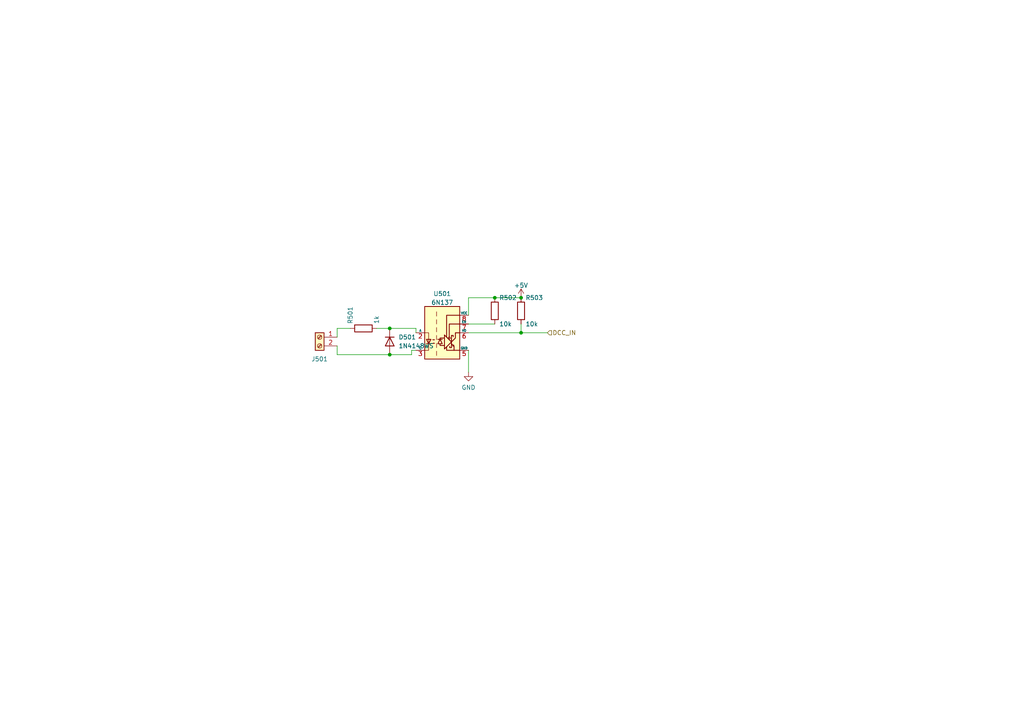
<source format=kicad_sch>
(kicad_sch (version 20230121) (generator eeschema)
  (paper "A4")
  (lib_symbols
    (symbol "Connector:Screw_Terminal_01x02" (pin_names (offset 1.016) hide)
      (property "Reference" "J" (at 0 2.54 0))
      (property "Value" "Screw_Terminal_01x02" (at 0 -5.08 0))
      (symbol "Screw_Terminal_01x02_1_1"
        (rectangle (start -1.27 1.27) (end 1.27 -3.81) (stroke (width 0.254)) (fill (type background)))
        (circle (center 0 -2.54) (radius 0.635) (stroke (width 0.1524)))
        (polyline (pts (xy -0.5334 -2.2098) (xy 0.3302 -3.048)) (stroke (width 0.1524)))
        (polyline (pts (xy -0.5334 0.3302) (xy 0.3302 -0.508)) (stroke (width 0.1524)))
        (polyline (pts (xy -0.3556 -2.032) (xy 0.508 -2.8702)) (stroke (width 0.1524)))
        (polyline (pts (xy -0.3556 0.508) (xy 0.508 -0.3302)) (stroke (width 0.1524)))
        (circle (center 0 0) (radius 0.635) (stroke (width 0.1524)))
        (pin passive line (at -5.08 0 0) (length 3.81) (name "Pin_1") (number "1"))
        (pin passive line (at -5.08 -2.54 0) (length 3.81) (name "Pin_2") (number "2"))
      )
    )
    (symbol "Device:R" (pin_numbers hide) (pin_names (offset 0))
      (property "Reference" "R" (at 2.032 0 90))
      (property "Value" "R" (at 0 0 90))
      (symbol "R_0_1"
        (rectangle (start -1.016 -2.54) (end 1.016 2.54) (stroke (width 0.254)))
      )
      (symbol "R_1_1"
        (pin passive line (at 0 3.81 270) (length 1.27) (name "~") (number "1"))
        (pin passive line (at 0 -3.81 90) (length 1.27) (name "~") (number "2"))
      )
    )
    (symbol "Isolator:6N137" (pin_names (offset 0))
      (property "Reference" "U" (at -4.064 8.89 0))
      (property "Value" "6N137" (at 0 -8.89 0))
      (symbol "6N137_0_1"
        (polyline (pts (xy 2.667 -3.556) (xy 2.667 -1.651)) (stroke (width 0.254)))
        (polyline (pts (xy 2.667 -2.159) (xy 2.667 -2.921)) (stroke (width 0.254)))
        (polyline (pts (xy 3.429 -3.937) (xy 3.429 -5.08)) (stroke (width 0.254)))
        (polyline (pts (xy -0.635 -3.302) (xy -0.635 -3.683) (xy 0.635 -3.683)) (stroke (width 0.254)))
        (polyline (pts (xy -0.635 -1.905) (xy -0.635 -1.524) (xy 0.508 -1.524)) (stroke (width 0.254)))
        (polyline (pts (xy 1.27 -4.064) (xy 1.27 -5.08) (xy 5.08 -5.08)) (stroke (width 0.254)))
        (polyline (pts (xy 1.27 -1.27) (xy 1.27 5.08) (xy 5.08 5.08)) (stroke (width 0.254)))
        (polyline (pts (xy 2.032 -1.27) (xy 2.032 2.54) (xy 5.08 2.54)) (stroke (width 0.254)))
        (polyline (pts (xy -5.08 -5.08) (xy -3.937 -5.08) (xy -3.937 0) (xy -5.08 0)))
        (polyline (pts (xy 2.667 -3.302) (xy 2.667 -4.318) (xy 2.159 -4.318) (xy 2.159 -3.937)) (stroke (width 0.254)))
        (polyline (pts (xy 2.667 -2.667) (xy 0.635 -4.699) (xy 0.635 -0.635) (xy 2.667 -2.667)) (stroke (width 0.254)))
        (polyline (pts (xy 2.667 -1.778) (xy 2.667 -0.762) (xy 3.175 -0.762) (xy 3.175 -1.143)) (stroke (width 0.254)))
        (polyline (pts (xy 2.794 -2.54) (xy 3.81 -1.524) (xy 3.81 0) (xy 5.08 0)) (stroke (width 0.254)))
        (polyline (pts (xy 2.667 -3.175) (xy 3.429 -3.937) (xy 3.302 -3.556) (xy 3.048 -3.81) (xy 3.429 -3.937)) (stroke (width 0.254)))
        (circle (center 2.032 -1.524) (radius 0.254) (stroke (width 0.254)))
      )
      (symbol "6N137_1_1"
        (rectangle (start -5.08 7.62) (end 5.08 -7.62) (stroke (width 0.254)) (fill (type background)))
        (polyline (pts (xy -4.572 -3.175) (xy -3.302 -3.175)) (stroke (width 0.254)))
        (polyline (pts (xy -1.651 -5.334) (xy -1.651 -6.604)))
        (polyline (pts (xy -1.651 -3.048) (xy -1.651 -4.318)))
        (polyline (pts (xy -1.651 -0.762) (xy -1.651 -2.032)))
        (polyline (pts (xy -1.651 1.524) (xy -1.651 0.254)))
        (polyline (pts (xy -1.651 3.81) (xy -1.651 2.54)))
        (polyline (pts (xy -1.651 6.096) (xy -1.651 4.826)))
        (polyline (pts (xy -1.27 -1.905) (xy 0 -1.905)) (stroke (width 0.254)))
        (polyline (pts (xy -3.937 -3.175) (xy -4.572 -1.905) (xy -3.302 -1.905) (xy -3.937 -3.175)) (stroke (width 0.254)))
        (polyline (pts (xy -0.635 -1.905) (xy -1.27 -3.175) (xy 0 -3.175) (xy -0.635 -1.905)) (stroke (width 0.254)))
        (polyline (pts (xy -2.921 -3.048) (xy -2.159 -3.048) (xy -2.54 -3.175) (xy -2.54 -2.921) (xy -2.159 -3.048)) (stroke (width 0.127)))
        (polyline (pts (xy -2.921 -2.032) (xy -2.159 -2.032) (xy -2.54 -2.159) (xy -2.54 -1.905) (xy -2.159 -2.032)) (stroke (width 0.127)))
        (pin no_connect line (at -5.08 5.08 0) (length 2.54) hide (name "NC") (number "1"))
        (pin passive line (at -7.62 0 0) (length 2.54) (name "A") (number "2"))
        (pin passive line (at -7.62 -5.08 0) (length 2.54) (name "C") (number "3"))
        (pin power_in line (at 7.62 -5.08 180) (length 2.54) (name "GND") (number "5"))
        (pin open_collector line (at 7.62 0 180) (length 2.54) (name "VO") (number "6"))
        (pin input line (at 7.62 2.54 180) (length 2.54) (name "EN") (number "7"))
        (pin power_in line (at 7.62 5.08 180) (length 2.54) (name "VCC") (number "8"))
      )
    )
    (symbol "custom_kicad_lib_sk:1N4148WS" (pin_numbers hide) (pin_names hide)
      (property "Reference" "D" (at 0 2.54 0))
      (property "Value" "1N4148WS" (at 0 -2.54 0))
      (symbol "1N4148WS_0_1"
        (polyline (pts (xy -1.27 1.27) (xy -1.27 -1.27)) (stroke (width 0.254)))
        (polyline (pts (xy 1.27 0) (xy -1.27 0)))
        (polyline (pts (xy 1.27 1.27) (xy 1.27 -1.27) (xy -1.27 0) (xy 1.27 1.27)) (stroke (width 0.254)))
      )
      (symbol "1N4148WS_1_1"
        (pin passive line (at -3.81 0 0) (length 2.54) (name "K") (number "1"))
        (pin passive line (at 3.81 0 180) (length 2.54) (name "A") (number "2"))
      )
    )
    (symbol "power:+5V" (power) (pin_names (offset 0))
      (property "Value" "+5V" (at 0 3.556 0))
      (symbol "+5V_0_1"
        (polyline (pts (xy -0.762 1.27) (xy 0 2.54)))
        (polyline (pts (xy 0 0) (xy 0 2.54)))
        (polyline (pts (xy 0 2.54) (xy 0.762 1.27)))
      )
      (symbol "+5V_1_1"
        (pin power_in line (at 0 0 90) (length 0) hide (name "+5V") (number "1"))
      )
    )
    (symbol "power:GND" (power) (pin_names (offset 0))
      (property "Value" "GND" (at 0 -3.81 0))
      (symbol "GND_0_1"
        (polyline (pts (xy 0 0) (xy 0 -1.27) (xy 1.27 -1.27) (xy 0 -2.54) (xy -1.27 -1.27) (xy 0 -1.27)))
      )
      (symbol "GND_1_1"
        (pin power_in line (at 0 0 270) (length 0) hide (name "GND") (number "1"))
      )
    )
  )
  (junction (at 151.13 96.52))
  (junction (at 113.03 95.25))
  (junction (at 151.13 86.36))
  (junction (at 113.03 102.87))
  (junction (at 143.51 86.36))
  (wire (pts (xy 97.79 100.33) (xy 97.79 102.87)))
  (wire (pts (xy 135.89 101.6) (xy 135.89 107.95)))
  (wire (pts (xy 113.03 102.87) (xy 119.38 102.87)))
  (wire (pts (xy 151.13 96.52) (xy 158.75 96.52)))
  (wire (pts (xy 109.22 95.25) (xy 113.03 95.25)))
  (wire (pts (xy 113.03 95.25) (xy 120.65 95.25)))
  (wire (pts (xy 135.89 96.52) (xy 151.13 96.52)))
  (wire (pts (xy 97.79 102.87) (xy 113.03 102.87)))
  (wire (pts (xy 143.51 86.36) (xy 151.13 86.36)))
  (wire (pts (xy 97.79 95.25) (xy 97.79 97.79)))
  (wire (pts (xy 119.38 101.6) (xy 119.38 102.87)))
  (wire (pts (xy 120.65 96.52) (xy 120.65 95.25)))
  (wire (pts (xy 135.89 93.98) (xy 143.51 93.98)))
  (wire (pts (xy 135.89 86.36) (xy 143.51 86.36)))
  (wire (pts (xy 135.89 91.44) (xy 135.89 86.36)))
  (wire (pts (xy 97.79 95.25) (xy 101.6 95.25)))
  (wire (pts (xy 151.13 96.52) (xy 151.13 93.98)))
  (wire (pts (xy 120.65 101.6) (xy 119.38 101.6)))
  (hierarchical_label "DCC_IN" (shape input) (at 158.75 96.52 0))
  (symbol (lib_id "power:GND") (at 135.89 107.95 0) (unit 1)
    (property "Reference" "#PWR0501" (effects hide))
    (property "Value" "GND" (at 135.89 112.3934 0))
    (instances (project "GPIO_UNIT" (path "" (reference "#PWR0501") (unit 1))) (project "general_schematics" (path "" (reference "#PWR0112") (unit 1))))
  )
  (symbol (lib_id "power:+5V") (at 151.13 86.36 0) (unit 1)
    (property "Reference" "#PWR0502" (effects hide))
    (property "Value" "+5V" (at 151.13 82.7842 0))
    (instances (project "GPIO_UNIT" (path "" (reference "#PWR0502") (unit 1))) (project "general_schematics" (path "" (reference "#PWR0111") (unit 1))))
  )
  (symbol (lib_id "Device:R") (at 143.51 90.17 0) (unit 1)
    (property "Reference" "R502" (at 144.78 86.36 0) (effects (justify left)))
    (property "Value" "10k" (at 144.78 93.98 0) (effects (justify left)))
    (property "Footprint" "Resistor_SMD:R_0805_2012Metric_Pad1.20x1.40mm_HandSolder" (effects hide))
    (property "JLCPCB Part#" "C17414" (effects hide))
    (instances (project "GPIO_UNIT" (path "" (reference "R502") (unit 1))) (project "general_schematics" (path "" (reference "R702") (unit 1))))
  )
  (symbol (lib_id "Device:R") (at 105.41 95.25 90) (unit 1)
    (property "Reference" "R501" (at 101.6 93.98 0) (effects (justify left)))
    (property "Value" "1k" (at 109.22 93.98 0) (effects (justify left)))
    (property "Footprint" "Resistor_SMD:R_0805_2012Metric_Pad1.20x1.40mm_HandSolder" (effects hide))
    (property "JLCPCB Part#" "C17513" (effects hide))
    (instances (project "GPIO_UNIT" (path "" (reference "R501") (unit 1))) (project "general_schematics" (path "" (reference "R701") (unit 1))))
  )
  (symbol (lib_id "custom_kicad_lib_sk:1N4148WS") (at 113.03 99.06 270) (unit 1)
    (property "Reference" "D501" (at 115.57 97.79 90) (effects (justify left)))
    (property "Value" "1N4148WS" (at 115.57 100.33 90) (effects (justify left)))
    (property "Footprint" "Diode_SMD:D_SOD-323" (effects hide))
    (property "Datasheet" "https://www.vishay.com/docs/85751/1n4148ws.pdf" (effects hide))
    (property "Sim.Device" "D" (effects hide))
    (property "Sim.Pins" "1=K 2=A" (effects hide))
    (property "JLCPCB Part#" "C2128" (effects hide))
  )
  (symbol (lib_id "Device:R") (at 151.13 90.17 0) (unit 1)
    (property "Reference" "R503" (at 152.4 86.36 0) (effects (justify left)))
    (property "Value" "10k" (at 152.4 93.98 0) (effects (justify left)))
    (property "Footprint" "Resistor_SMD:R_0805_2012Metric_Pad1.20x1.40mm_HandSolder" (effects hide))
    (property "JLCPCB Part#" "C17414" (effects hide))
    (instances (project "GPIO_UNIT" (path "" (reference "R503") (unit 1))) (project "general_schematics" (path "" (reference "R703") (unit 1))))
  )
  (symbol (lib_id "Isolator:6N137") (at 128.27 96.52 0) (unit 1)
    (property "Reference" "U501" (at 128.27 85.2002 0))
    (property "Value" "6N137" (at 128.27 87.7371 0))
    (property "Footprint" "Package_SO:SOP-8_6.62x9.15mm_P2.54mm" (effects hide))
    (property "Datasheet" "https://datasheet.lcsc.com/szlcsc/1908282202_Everlight-Elec-6N137S1-TA_C110020.pdf" (effects hide))
    (property "JLCPCB Part#" "C110020" (effects hide))
    (instances (project "GPIO_UNIT" (path "" (reference "U501") (unit 1))) (project "general_schematics" (path "" (reference "U701") (unit 1))))
  )
  (symbol (lib_id "Connector:Screw_Terminal_01x02") (at 92.71 97.79 0) (mirror y) (unit 1)
    (property "Reference" "J501" (at 92.71 104.14 0))
    (property "Value" "Screw_Terminal_01x02" (effects hide))
    (property "Footprint" "TerminalBlock_Phoenix:TerminalBlock_Phoenix_MKDS-1,5-2-5.08_1x02_P5.08mm_Horizontal" (effects hide))
  )
)
</source>
